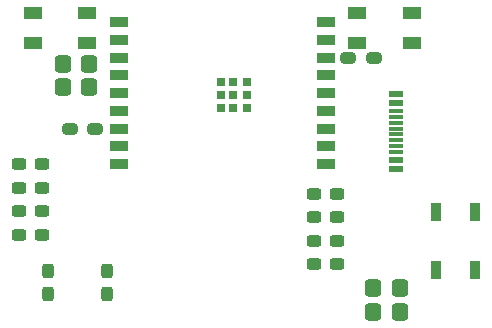
<source format=gtp>
G04 #@! TF.GenerationSoftware,KiCad,Pcbnew,7.0.9*
G04 #@! TF.CreationDate,2024-07-28T13:17:23+09:00*
G04 #@! TF.ProjectId,esp32ble_module,65737033-3262-46c6-955f-6d6f64756c65,rev?*
G04 #@! TF.SameCoordinates,Original*
G04 #@! TF.FileFunction,Paste,Top*
G04 #@! TF.FilePolarity,Positive*
%FSLAX46Y46*%
G04 Gerber Fmt 4.6, Leading zero omitted, Abs format (unit mm)*
G04 Created by KiCad (PCBNEW 7.0.9) date 2024-07-28 13:17:23*
%MOMM*%
%LPD*%
G01*
G04 APERTURE LIST*
G04 Aperture macros list*
%AMRoundRect*
0 Rectangle with rounded corners*
0 $1 Rounding radius*
0 $2 $3 $4 $5 $6 $7 $8 $9 X,Y pos of 4 corners*
0 Add a 4 corners polygon primitive as box body*
4,1,4,$2,$3,$4,$5,$6,$7,$8,$9,$2,$3,0*
0 Add four circle primitives for the rounded corners*
1,1,$1+$1,$2,$3*
1,1,$1+$1,$4,$5*
1,1,$1+$1,$6,$7*
1,1,$1+$1,$8,$9*
0 Add four rect primitives between the rounded corners*
20,1,$1+$1,$2,$3,$4,$5,0*
20,1,$1+$1,$4,$5,$6,$7,0*
20,1,$1+$1,$6,$7,$8,$9,0*
20,1,$1+$1,$8,$9,$2,$3,0*%
G04 Aperture macros list end*
%ADD10RoundRect,0.237500X0.400000X0.237500X-0.400000X0.237500X-0.400000X-0.237500X0.400000X-0.237500X0*%
%ADD11RoundRect,0.237500X0.387500X0.237500X-0.387500X0.237500X-0.387500X-0.237500X0.387500X-0.237500X0*%
%ADD12R,0.900000X1.500000*%
%ADD13R,1.500000X1.000000*%
%ADD14RoundRect,0.237500X0.237500X-0.387500X0.237500X0.387500X-0.237500X0.387500X-0.237500X-0.387500X0*%
%ADD15RoundRect,0.292875X-0.394625X-0.432125X0.394625X-0.432125X0.394625X0.432125X-0.394625X0.432125X0*%
%ADD16RoundRect,0.237500X-0.387500X-0.237500X0.387500X-0.237500X0.387500X0.237500X-0.387500X0.237500X0*%
%ADD17R,1.240000X0.600000*%
%ADD18R,1.240000X0.300000*%
%ADD19R,0.700000X0.700000*%
%ADD20R,1.500000X0.900000*%
%ADD21RoundRect,0.237500X-0.400000X-0.237500X0.400000X-0.237500X0.400000X0.237500X-0.400000X0.237500X0*%
G04 APERTURE END LIST*
D10*
X132500000Y-50500000D03*
X130375000Y-50500000D03*
D11*
X128000000Y-59500000D03*
X126050000Y-59500000D03*
D12*
X161350000Y-62450000D03*
X164650000Y-62450000D03*
X164650000Y-57550000D03*
X161350000Y-57550000D03*
D13*
X159300000Y-43250000D03*
X159300000Y-40750000D03*
X154700000Y-43250000D03*
X154700000Y-40750000D03*
D11*
X128000000Y-53500000D03*
X126050000Y-53500000D03*
X128000000Y-57500000D03*
X126050000Y-57500000D03*
D14*
X133500000Y-64475000D03*
X133500000Y-62525000D03*
D15*
X156000000Y-64000000D03*
X158275000Y-64000000D03*
D16*
X151025000Y-56000000D03*
X152975000Y-56000000D03*
D11*
X128000000Y-55500000D03*
X126050000Y-55500000D03*
D17*
X158000000Y-53950000D03*
X158000000Y-53150000D03*
D18*
X158000000Y-52000000D03*
X158000000Y-51000000D03*
X158000000Y-50500000D03*
X158000000Y-49500000D03*
D17*
X158000000Y-48350000D03*
X158000000Y-47550000D03*
X158000000Y-47550000D03*
X158000000Y-48350000D03*
D18*
X158000000Y-49000000D03*
X158000000Y-50000000D03*
X158000000Y-51500000D03*
X158000000Y-52500000D03*
D17*
X158000000Y-53150000D03*
X158000000Y-53950000D03*
D19*
X145310000Y-48800000D03*
X145310000Y-47700000D03*
X145310000Y-46600000D03*
X144160000Y-48800000D03*
X144160000Y-47700000D03*
X144160000Y-46600000D03*
X143110000Y-48800000D03*
X143110000Y-47700000D03*
X143110000Y-46600000D03*
D20*
X152000000Y-41500000D03*
X152000000Y-43000000D03*
X152000000Y-44500000D03*
X152000000Y-46000000D03*
X152000000Y-47500000D03*
X152000000Y-49000000D03*
X152000000Y-50500000D03*
X152000000Y-52000000D03*
X152000000Y-53500000D03*
X134500000Y-53500000D03*
X134500000Y-52000000D03*
X134500000Y-50500000D03*
X134500000Y-49000000D03*
X134500000Y-47500000D03*
X134500000Y-46000000D03*
X134500000Y-44500000D03*
X134500000Y-43000000D03*
X134500000Y-41500000D03*
D16*
X151025000Y-60000000D03*
X152975000Y-60000000D03*
D15*
X156000000Y-66000000D03*
X158275000Y-66000000D03*
D16*
X151025000Y-62000000D03*
X152975000Y-62000000D03*
D15*
X129725000Y-47000000D03*
X132000000Y-47000000D03*
D21*
X153937500Y-44500000D03*
X156062500Y-44500000D03*
D13*
X127200000Y-40750000D03*
X127200000Y-43250000D03*
X131800000Y-40750000D03*
X131800000Y-43250000D03*
D14*
X128500000Y-62525000D03*
X128500000Y-64475000D03*
D15*
X129725000Y-45000000D03*
X132000000Y-45000000D03*
D16*
X152975000Y-58000000D03*
X151025000Y-58000000D03*
M02*

</source>
